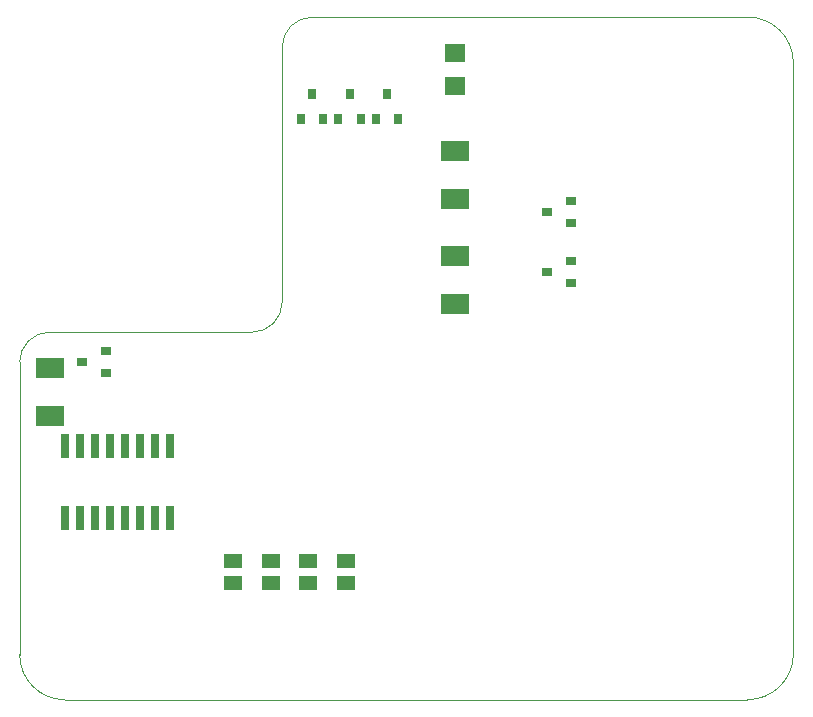
<source format=gbr>
%TF.GenerationSoftware,KiCad,Pcbnew,5.1.5+dfsg1-2~bpo10+1*%
%TF.CreationDate,2020-10-30T12:10:53+01:00*%
%TF.ProjectId,ms_auth_breakout,6d735f61-7574-4685-9f62-7265616b6f75,1.1.0*%
%TF.SameCoordinates,Original*%
%TF.FileFunction,Paste,Bot*%
%TF.FilePolarity,Positive*%
%FSLAX46Y46*%
G04 Gerber Fmt 4.6, Leading zero omitted, Abs format (unit mm)*
G04 Created by KiCad (PCBNEW 5.1.5+dfsg1-2~bpo10+1) date 2020-10-30 12:10:53 commit 8f6b4a8*
%MOMM*%
%LPD*%
G04 APERTURE LIST*
%ADD10C,0.050000*%
%ADD11R,0.660400X2.032000*%
%ADD12R,1.800000X1.600000*%
%ADD13R,0.800000X0.900000*%
%ADD14R,0.900000X0.800000*%
%ADD15R,2.400000X1.800000*%
%ADD16R,1.500000X1.300000*%
G04 APERTURE END LIST*
D10*
X119557800Y-133896100D02*
G75*
G02X115747800Y-130086100I0J3810000D01*
G01*
X119557800Y-133896100D02*
X177342800Y-133896100D01*
X181254400Y-130086100D02*
G75*
G02X177342800Y-133896100I-3860800J50800D01*
G01*
X181254400Y-130086100D02*
X181254400Y-79921100D01*
X177342800Y-76111100D02*
G75*
G02X181254400Y-79921100I50800J-3860800D01*
G01*
X177342800Y-76111100D02*
X140512800Y-76111100D01*
X137972800Y-78651100D02*
G75*
G02X140512800Y-76111100I2540000J0D01*
G01*
X137972800Y-78651100D02*
X137972800Y-100241100D01*
X135432800Y-102781100D02*
G75*
G03X137972800Y-100241100I0J2540000D01*
G01*
X135432800Y-102781100D02*
X118287800Y-102781100D01*
X115747800Y-105321100D02*
G75*
G02X118287800Y-102781100I2540000J0D01*
G01*
X115747800Y-105321100D02*
X115747800Y-130086100D01*
D11*
X119557800Y-112407700D03*
X119557800Y-118554500D03*
X120827800Y-112407700D03*
X122097800Y-112407700D03*
X120827800Y-118554500D03*
X122097800Y-118554500D03*
X123367800Y-112407700D03*
X123367800Y-118554500D03*
X124637800Y-112407700D03*
X124637800Y-118554500D03*
X125907800Y-112407700D03*
X127177800Y-112407700D03*
X125907800Y-118554500D03*
X127177800Y-118554500D03*
X128447800Y-112407700D03*
X128447800Y-118554500D03*
D12*
X152577800Y-81956100D03*
X152577800Y-79156100D03*
D13*
X140512800Y-82631100D03*
X139562800Y-84731100D03*
X141462800Y-84731100D03*
X143687800Y-82631100D03*
X142737800Y-84731100D03*
X144637800Y-84731100D03*
X146862800Y-82631100D03*
X145912800Y-84731100D03*
X147812800Y-84731100D03*
D14*
X120997800Y-105321100D03*
X123097800Y-106271100D03*
X123097800Y-104371100D03*
X160367800Y-92621100D03*
X162467800Y-93571100D03*
X162467800Y-91671100D03*
X160367800Y-97701100D03*
X162467800Y-98651100D03*
X162467800Y-96751100D03*
D15*
X152577800Y-100361100D03*
X152577800Y-96311100D03*
X152577800Y-91471100D03*
X152577800Y-87421100D03*
X118287800Y-105836100D03*
X118287800Y-109886100D03*
D16*
X133845300Y-124051100D03*
X133845300Y-122151100D03*
X137020300Y-124051100D03*
X137020300Y-122151100D03*
X143370300Y-124051100D03*
X143370300Y-122151100D03*
X140195300Y-124051100D03*
X140195300Y-122151100D03*
M02*

</source>
